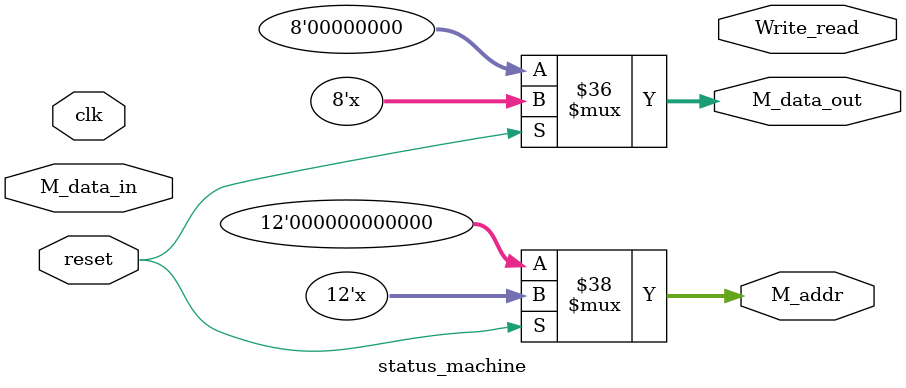
<source format=v>
module status_machine(M_data_in,clk,reset,Write_read,M_addr,M_data_out);

parameter Idle =4'b0000;
parameter Load =4'b0001;
parameter Move =4'b0010;
parameter Add  =4'b0011;
parameter Sub  =4'b0100;
parameter And  =4'b0101;
parameter Or   =4'b0110;
parameter Xor  =4'b0111;
parameter Shr  =4'b1000;
parameter Shl  =4'b1001;
parameter Swap =4'b1010;
parameter Jmp  =4'b1011;
parameter Jz   =4'b1100;
parameter Read =4'b1101;
parameter Write=4'b1110;
parameter Stop =4'b1111;
parameter st_0 = 3'b000;
parameter st_1 = 3'b001;
parameter st_2 = 3'b010;
parameter st_3 = 3'b011;
parameter st_4 = 3'b100;
input clk,reset;
input [7:0] M_data_in;
reg [7:0] R0,R1,R2,R3,RX,RY;
reg [7:0]PC,A;
//reg [7:0] MDR;
reg [15:0] IR;
//reg[11:0] MAR;
output reg Write_read;
output reg[11:0]M_addr;
output reg[7:0]M_data_out;
reg [2:0] state;
wire [3:0]OP;
assign OP=IR[15:12];
always@(clk or reset)
	begin
		if(!reset)
		begin
			R0<=0;
			R1<=0;
			R2<=0;
			R3<=0;
			RX<=0;
			RY<=0;
			PC<=0;
			M_addr<=0;
			M_data_out<=0;
			A<=0;
		end
		
		else 
		begin
		case(IR[11:10])
			2'b00:begin
				RX<=R0;
				R0<=RX;
			end
			2'b01:begin
				RX<=R1;
				R1<=RX;
			end
			2'b10:begin
				RX<=R2;
				R2<=RX;
			end
			2'b11:begin
				RX<=R3;
				R3<=RX;
			end
		endcase
		case(IR[9:8])
			2'b00:begin
				RY<=R0;
				R0<=RY;
			end
			2'b01:begin
				RY<=R1;
				R1<=RY;
			end
			2'b10:begin
				RY<=R2;
				R2<=RY;
			end
			2'b11:begin
				RY<=R3;
				R3<=RY;
			end
		endcase
		case(state)
		
			st_0:
			begin
				if(clk)
				begin
					IR<={M_data_in,8'h00};
					Write_read<=0;
					PC<=PC+1;
				end
				else 
				begin
					A<=RY;
					M_addr<=PC;
					state<=st_1;
				end
			end
			st_1:
			
			begin

				if(clk)
				begin
					Write_read<=0;
					case(OP)
						Load: R0<={4'h0,IR[11:8]};
						Move: RX<=A;
						Shr:	RX<={1'b0,RX[7:1]};
						Shl:  RX<={RX[6:0],1'b0};
						Add:	RX<=RX+A;
						Sub:	RX<=RX-A;
						And:	RX<=RX&A;
						Or:	RX<=RX|A;
						Xor:	RX<=RX^A;
						Swap:	RY<=RX;
					endcase
				end
				else 
				begin
					if(OP==Stop)
					begin
						state<=st_1;
					end
					else if(OP==Swap||OP==Jmp||OP==Jz||OP==Read||OP==Write)
					begin
						state<=st_2;
					end
					else begin
						state<=st_0;
					end
				end
				
			end
			
			
			
			
			st_2:
			begin
				if(clk)
				begin
					Write_read<=0;
					case(OP)
						Swap:RX<=A;
						Jmp:
						begin
							IR[7:0]<=M_data_in;
							M_addr<=IR[11:0];
						end
						Read:
						begin
							IR[7:0]<=M_data_in;
							M_addr<=IR[11:0];
						end
						Write:
						begin
							IR[7:0]<=M_data_in;
							M_addr<=IR[11:0];
						end
						Jz:
						begin
							if(R0==0)
							begin
								IR<=M_data_in;
								M_addr<=IR[11:0];
							end
						end
						default:
							M_addr<=PC;
					endcase
				end
				else 
				begin
					M_data_out<=R0;
					if(OP==Swap) state<=st_0;
					else begin
						state<=st_3;
						PC<=PC+1;
					end
				end
			end
		
		
		
		
		
		
		
		
		
		
		
		
		
		
		
			st_3:
			begin
				if(clk)
				begin
					if(OP==Jmp) PC<=IR[11:0];
					else if(OP==Jz&&R0==0) PC<=IR[11:0];
					else if(OP==Read||OP==Write) M_addr<=PC;
				end
				else 
				begin
					if(OP==Write) Write_read<=1;
					else Write_read<=0;
					if(OP==Jmp||OP==Jz) state<=st_0;
					else state<=st_4;
				end
			end
			
			
			st_4:
			begin
				if(clk)
				begin
					if(OP==Read) R0<=M_data_in;
				end
				else 
				begin
					Write_read<=0;
					state<=st_0;
				end
			end
			
		endcase
	
		end
	end
	//assign M_addr=MAR;
	//assign M_data_out=MDR;
endmodule

</source>
